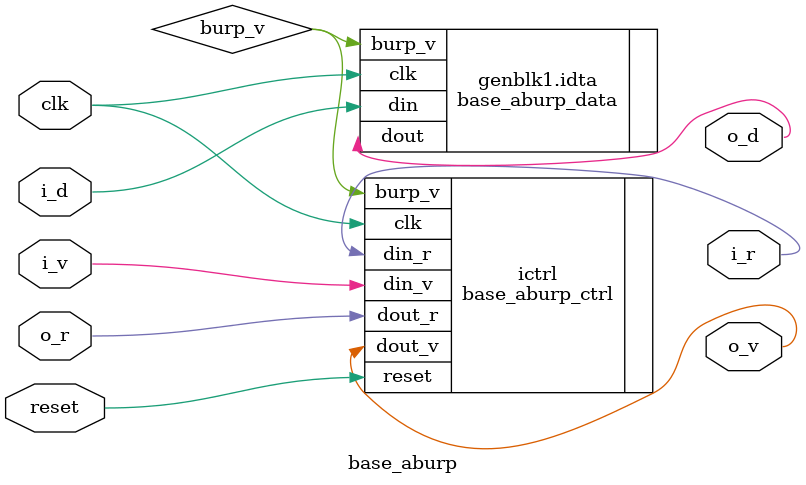
<source format=sv>
/*
 * Copyright 2017 IBM Corporation
 * Licensed to the Apache Software Foundation (ASF) under one
 * or more contributor license agreements.  See the NOTICE file
 * distributed with this work for additional information
 * regarding copyright ownership.  The ASF licenses this file
 * to you under the Apache License, Version 2.0 (the
 * "License"); you may not use this file except in compliance
 * with the License.  You may obtain a copy of the License at
 *
 *     http://www.apache.org/licenses/LICENSE-2.0
 *
 * Unless required by applicable law or agreed to in writing, software
 * distributed under the License is distributed on an "AS IS" BASIS,
 * WITHOUT WARRANTIES OR CONDITIONS OF ANY KIND, either express or implied.
 * See the License for the specific language governing permissions and
 * limitations under the License.
 *
 * Author: Andrew K Martin akmartin@us.ibm.com
 */
 
module base_aburp#
  (   parameter width=1,
      parameter del_width=0
   )
  (
   input 	      clk, 
   input 	      reset,
   input 	      i_v,
   input [0:(width+del_width)-1]  i_d,
   output 	      i_r,
   output 	      o_v,
   output [0:(width+del_width)-1] o_d,
   input 	      o_r
   );

   wire 	      burp_v;
   base_aburp_ctrl ictrl(.clk(clk),.reset(reset),.din_v(i_v),.din_r(i_r),.dout_v(o_v),.dout_r(o_r),.burp_v(burp_v));
   generate
      if (width > 0)
	base_aburp_data#(.width(width)) idta(.clk(clk),.din(i_d[0:width-1]),.dout(o_d[0:width-1]),.burp_v(burp_v));
      if (del_width > 0) 
	begin
	   wire burp_vd;
	   base_vlat#(.width(1)) ivdlat(.clk(clk),.reset(reset),.din(burp_v),.q(burp_vd));
	   base_aburp_data#(.width(del_width)) idta(.clk(clk),.din(i_d[width:width+del_width-1]),.dout(o_d[width:width+del_width-1]),.burp_v(burp_vd));
	end
   endgenerate
endmodule // base_burp

   
	     
	 
   
   


</source>
